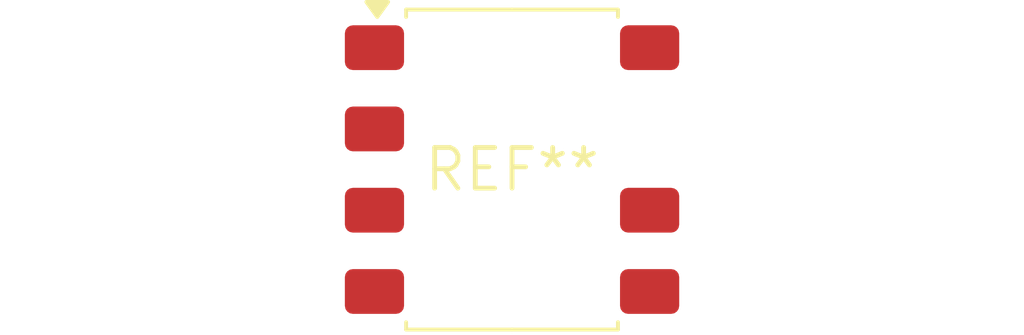
<source format=kicad_pcb>
(kicad_pcb (version 20240108) (generator pcbnew)
  (layers (0 "F.Cu" signal) (31 "B.Cu" signal) (34 "B.Paste" user) (35 "F.Paste" user) (36 "B.SilkS" user "B.Silkscreen") (37 "F.SilkS" user "F.Silkscreen") (38 "B.Mask" user) (39 "F.Mask" user) (44 "Edge.Cuts" user))
  (net 0 "")
  (footprint "SSO-7-8_6.4x9.78mm_P2.54mm" (layer "F.Cu") (at 0 0)
    (property "Reference" "REF**")
    (property "Value" "SSO-7-8_6.4x9.78mm_P2.54mm")
    (fp_line (start -3.31 -5) (end -3.31 -4.77) (layer "F.SilkS") (stroke (width 0.12)))
    (fp_line (start -3.31 5) (end -3.31 4.77) (layer "F.SilkS") (stroke (width 0.12)))
    (fp_line (start 0 -5) (end -3.31 -5) (layer "F.SilkS") (stroke (width 0.12)))
    (fp_line (start 0 -5) (end 3.31 -5) (layer "F.SilkS") (stroke (width 0.12)))
    (fp_line (start 0 5) (end -3.31 5) (layer "F.SilkS") (stroke (width 0.12)))
    (fp_line (start 0 5) (end 3.31 5) (layer "F.SilkS") (stroke (width 0.12)))
    (fp_line (start 3.31 -5) (end 3.31 -4.77) (layer "F.SilkS") (stroke (width 0.12)))
    (fp_line (start 3.31 5) (end 3.31 4.77) (layer "F.SilkS") (stroke (width 0.12)))
    (fp_poly (pts (xy -4.2125 -4.77) (xy -4.5525 -5.24) (xy -3.8725 -5.24) (xy -4.2125 -4.77)) (layer "F.SilkS") (stroke (width 0.12)) (fill solid))
    (pad "1" smd roundrect (at -4.3 -3.81) (size 1.85 1.4) (layers "F.Cu" "F.Paste" "F.Mask") (roundrect_rratio 0.178571))
    (pad "2" smd roundrect (at -4.3 -1.27) (size 1.85 1.4) (layers "F.Cu" "F.Paste" "F.Mask") (roundrect_rratio 0.178571))
    (pad "3" smd roundrect (at -4.3 1.27) (size 1.85 1.4) (layers "F.Cu" "F.Paste" "F.Mask") (roundrect_rratio 0.178571))
    (pad "4" smd roundrect (at -4.3 3.81) (size 1.85 1.4) (layers "F.Cu" "F.Paste" "F.Mask") (roundrect_rratio 0.178571))
    (pad "5" smd roundrect (at 4.3 3.81) (size 1.85 1.4) (layers "F.Cu" "F.Paste" "F.Mask") (roundrect_rratio 0.178571))
    (pad "6" smd roundrect (at 4.3 1.27) (size 1.85 1.4) (layers "F.Cu" "F.Paste" "F.Mask") (roundrect_rratio 0.178571))
    (pad "8" smd roundrect (at 4.3 -3.81) (size 1.85 1.4) (layers "F.Cu" "F.Paste" "F.Mask") (roundrect_rratio 0.178571))
  )
)
</source>
